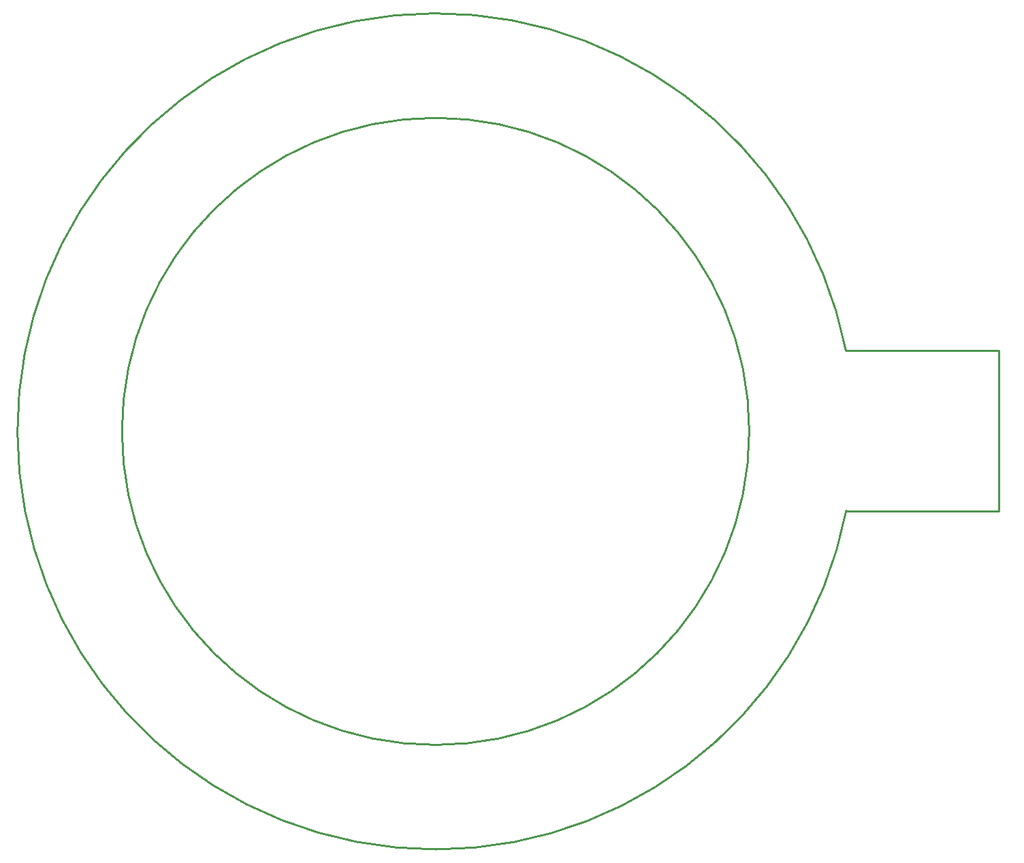
<source format=gm1>
G04 Layer_Color=16711935*
%FSLAX44Y44*%
%MOMM*%
G71*
G01*
G75*
%ADD65C,0.2540*%
D65*
X390000Y0D02*
G03*
X390000Y0I-390000J0D01*
G01*
X510103Y100971D02*
G03*
X510489Y-98998I-510103J-100971D01*
G01*
X510250Y101000D02*
X700000D01*
X510500Y-99000D02*
X700000D01*
Y101000D01*
M02*

</source>
